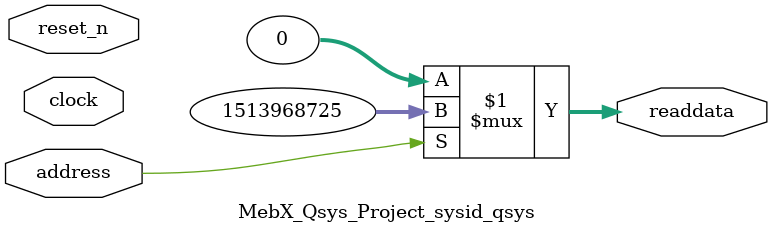
<source format=v>



// synthesis translate_off
`timescale 1ns / 1ps
// synthesis translate_on

// turn off superfluous verilog processor warnings 
// altera message_level Level1 
// altera message_off 10034 10035 10036 10037 10230 10240 10030 

module MebX_Qsys_Project_sysid_qsys (
               // inputs:
                address,
                clock,
                reset_n,

               // outputs:
                readdata
             )
;

  output  [ 31: 0] readdata;
  input            address;
  input            clock;
  input            reset_n;

  wire    [ 31: 0] readdata;
  //control_slave, which is an e_avalon_slave
  assign readdata = address ? 1513968725 : 0;

endmodule



</source>
